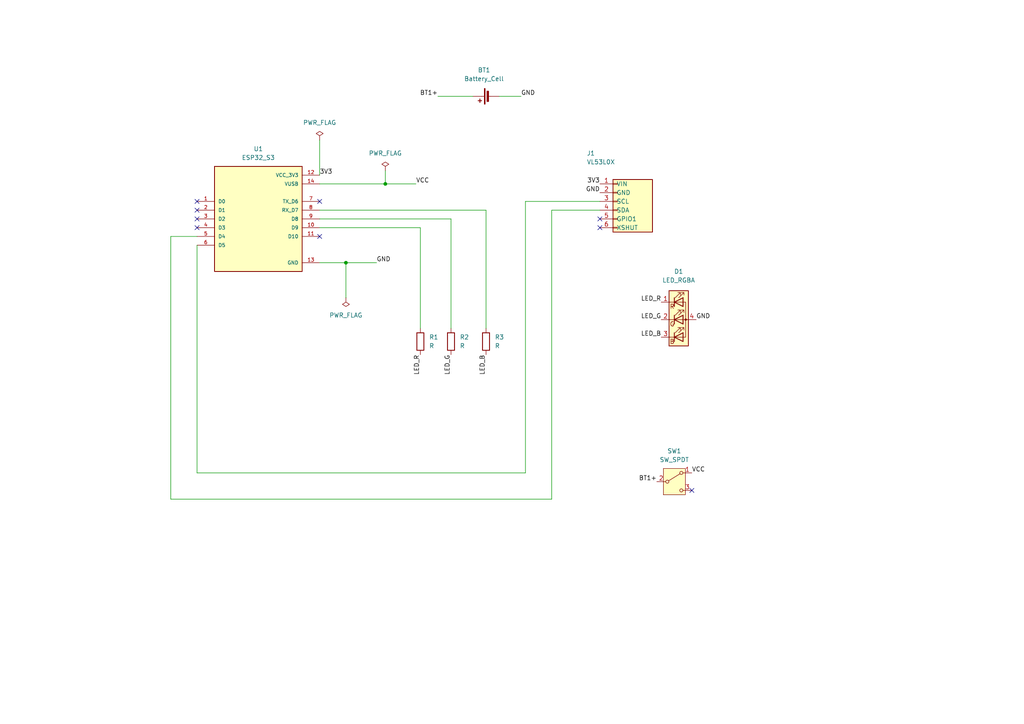
<source format=kicad_sch>
(kicad_sch (version 20231120) (generator "eeschema") (generator_version "8.0")
  (paper "A4")
  (lib_symbols
    (symbol "113991054:113991054" (pin_names (offset 1.016))
      (property "Reference" "U" (at -12.7 16.002 0))
      (property "Value" "113991054" (at -12.7 -17.78 0))
      (symbol "113991054_0_0"
        (rectangle (start -12.7 -15.24) (end 12.7 15.24) (stroke (width 0.254)) (fill (type background)))
        (pin bidirectional line (at -17.78 5.08 0) (length 5.08) (name "D0") (number "1"))
        (pin bidirectional line (at 17.78 -2.54 180) (length 5.08) (name "D9") (number "10"))
        (pin bidirectional line (at 17.78 -5.08 180) (length 5.08) (name "D10") (number "11"))
        (pin power_in line (at 17.78 12.7 180) (length 5.08) (name "VCC_3V3") (number "12"))
        (pin power_in line (at 17.78 -12.7 180) (length 5.08) (name "GND") (number "13"))
        (pin power_in line (at 17.78 10.16 180) (length 5.08) (name "VUSB") (number "14"))
        (pin bidirectional line (at -17.78 2.54 0) (length 5.08) (name "D1") (number "2"))
        (pin bidirectional line (at -17.78 0 0) (length 5.08) (name "D2") (number "3"))
        (pin bidirectional line (at -17.78 -2.54 0) (length 5.08) (name "D3") (number "4"))
        (pin bidirectional line (at -17.78 -5.08 0) (length 5.08) (name "D4") (number "5"))
        (pin bidirectional line (at -17.78 -7.62 0) (length 5.08) (name "D5") (number "6"))
        (pin bidirectional line (at 17.78 5.08 180) (length 5.08) (name "TX_D6") (number "7"))
        (pin bidirectional line (at 17.78 2.54 180) (length 5.08) (name "RX_D7") (number "8"))
        (pin bidirectional line (at 17.78 0 180) (length 5.08) (name "D8") (number "9"))
      )
    )
    (symbol "Connector_Generic:Conn_01x06" (pin_names (offset 1.016))
      (property "Reference" "J1" (at -8.89 13.97 0))
      (property "Value" "VL53L0X" (at -8.89 11.43 0))
      (symbol "Conn_01x06_1_1"
        (rectangle (start -1.27 -7.493) (end 0 -7.747) (stroke (width 0.1524)))
        (rectangle (start -1.27 -4.953) (end 0 -5.207) (stroke (width 0.1524)))
        (rectangle (start -1.27 -2.413) (end 0 -2.667) (stroke (width 0.1524)))
        (rectangle (start -1.27 0.127) (end 0 -0.127) (stroke (width 0.1524)))
        (rectangle (start -1.27 2.667) (end 0 2.413) (stroke (width 0.1524)))
        (rectangle (start -1.27 5.207) (end 0 4.953) (stroke (width 0.1524)))
        (rectangle (start -1.27 6.35) (end 10.16 -8.89) (stroke (width 0.254)) (fill (type background)))
        (pin passive line (at -5.08 5.08 0) (length 3.81) (name "VIN") (number "1"))
        (pin passive line (at -5.08 2.54 0) (length 3.81) (name "GND") (number "2"))
        (pin passive line (at -5.08 0 0) (length 3.81) (name "SCL") (number "3"))
        (pin passive line (at -5.08 -2.54 0) (length 3.81) (name "SDA") (number "4"))
        (pin passive line (at -5.08 -5.08 0) (length 3.81) (name "GPIO1") (number "5"))
        (pin passive line (at -5.08 -7.62 0) (length 3.81) (name "XSHUT") (number "6"))
      )
    )
    (symbol "Device:Battery_Cell" (pin_numbers hide) (pin_names (offset 0) hide)
      (property "Reference" "BT" (at 2.54 2.54 0))
      (property "Value" "Battery_Cell" (at 2.54 0 0))
      (symbol "Battery_Cell_0_1"
        (rectangle (start -2.286 1.778) (end 2.286 1.524) (fill (type outline)))
        (rectangle (start -1.524 1.016) (end 1.524 0.508) (fill (type outline)))
        (polyline (pts (xy 0 0.762) (xy 0 0)))
        (polyline (pts (xy 0 1.778) (xy 0 2.54)))
        (polyline (pts (xy 0.762 3.048) (xy 1.778 3.048)) (stroke (width 0.254)))
        (polyline (pts (xy 1.27 3.556) (xy 1.27 2.54)) (stroke (width 0.254)))
      )
      (symbol "Battery_Cell_1_1"
        (pin passive line (at 0 5.08 270) (length 2.54) (name "+") (number "1"))
        (pin passive line (at 0 -2.54 90) (length 2.54) (name "-") (number "2"))
      )
    )
    (symbol "Device:LED_RGBA" (pin_names (offset 0) hide)
      (property "Reference" "D" (at 0 9.398 0))
      (property "Value" "LED_RGBA" (at 0 -8.89 0))
      (symbol "LED_RGBA_0_0"
        (text "B" (at -1.905 -6.35 0) (effects (font (size 1.27 1.27))))
        (text "G" (at -1.905 -1.27 0) (effects (font (size 1.27 1.27))))
        (text "R" (at -1.905 3.81 0) (effects (font (size 1.27 1.27))))
      )
      (symbol "LED_RGBA_0_1"
        (polyline (pts (xy -1.27 -5.08) (xy -2.54 -5.08)))
        (polyline (pts (xy -1.27 -5.08) (xy 1.27 -5.08)))
        (polyline (pts (xy -1.27 -3.81) (xy -1.27 -6.35)) (stroke (width 0.254)))
        (polyline (pts (xy -1.27 0) (xy -2.54 0)))
        (polyline (pts (xy -1.27 1.27) (xy -1.27 -1.27)) (stroke (width 0.254)))
        (polyline (pts (xy -1.27 5.08) (xy -2.54 5.08)))
        (polyline (pts (xy -1.27 5.08) (xy 1.27 5.08)))
        (polyline (pts (xy -1.27 6.35) (xy -1.27 3.81)) (stroke (width 0.254)))
        (polyline (pts (xy 1.27 0) (xy -1.27 0)))
        (polyline (pts (xy 1.27 0) (xy 2.54 0)))
        (polyline (pts (xy -1.27 1.27) (xy -1.27 -1.27) (xy -1.27 -1.27)))
        (polyline (pts (xy -1.27 6.35) (xy -1.27 3.81) (xy -1.27 3.81)))
        (polyline (pts (xy 1.27 -5.08) (xy 2.032 -5.08) (xy 2.032 5.08) (xy 1.27 5.08)))
        (polyline (pts (xy 1.27 -3.81) (xy 1.27 -6.35) (xy -1.27 -5.08) (xy 1.27 -3.81)) (stroke (width 0.254)))
        (polyline (pts (xy 1.27 1.27) (xy 1.27 -1.27) (xy -1.27 0) (xy 1.27 1.27)) (stroke (width 0.254)))
        (polyline (pts (xy 1.27 6.35) (xy 1.27 3.81) (xy -1.27 5.08) (xy 1.27 6.35)) (stroke (width 0.254)))
        (polyline (pts (xy -1.016 -3.81) (xy 0.508 -2.286) (xy -0.254 -2.286) (xy 0.508 -2.286) (xy 0.508 -3.048)))
        (polyline (pts (xy -1.016 1.27) (xy 0.508 2.794) (xy -0.254 2.794) (xy 0.508 2.794) (xy 0.508 2.032)))
        (polyline (pts (xy -1.016 6.35) (xy 0.508 7.874) (xy -0.254 7.874) (xy 0.508 7.874) (xy 0.508 7.112)))
        (polyline (pts (xy 0 -3.81) (xy 1.524 -2.286) (xy 0.762 -2.286) (xy 1.524 -2.286) (xy 1.524 -3.048)))
        (polyline (pts (xy 0 1.27) (xy 1.524 2.794) (xy 0.762 2.794) (xy 1.524 2.794) (xy 1.524 2.032)))
        (polyline (pts (xy 0 6.35) (xy 1.524 7.874) (xy 0.762 7.874) (xy 1.524 7.874) (xy 1.524 7.112)))
        (rectangle (start 1.27 -1.27) (end 1.27 1.27))
        (rectangle (start 1.27 1.27) (end 1.27 1.27))
        (rectangle (start 1.27 3.81) (end 1.27 6.35))
        (rectangle (start 1.27 6.35) (end 1.27 6.35))
        (circle (center 2.032 0) (radius 0.254) (fill (type outline)))
        (rectangle (start 2.794 8.382) (end -2.794 -7.62) (stroke (width 0.254)) (fill (type background)))
      )
      (symbol "LED_RGBA_1_1"
        (pin passive line (at -5.08 5.08 0) (length 2.54) (name "RK") (number "1"))
        (pin passive line (at -5.08 0 0) (length 2.54) (name "GK") (number "2"))
        (pin passive line (at -5.08 -5.08 0) (length 2.54) (name "BK") (number "3"))
        (pin passive line (at 5.08 0 180) (length 2.54) (name "A") (number "4"))
      )
    )
    (symbol "Device:R" (pin_numbers hide) (pin_names (offset 0))
      (property "Reference" "R" (at 2.032 0 90))
      (property "Value" "R" (at 0 0 90))
      (symbol "R_0_1"
        (rectangle (start -1.016 -2.54) (end 1.016 2.54) (stroke (width 0.254)))
      )
      (symbol "R_1_1"
        (pin passive line (at 0 3.81 270) (length 1.27) (name "~") (number "1"))
        (pin passive line (at 0 -3.81 90) (length 1.27) (name "~") (number "2"))
      )
    )
    (symbol "Switch:SW_SPDT" (pin_names (offset 0) hide)
      (property "Reference" "SW" (at 0 5.08 0))
      (property "Value" "SW_SPDT" (at 0 -5.08 0))
      (symbol "SW_SPDT_0_1"
        (circle (center -2.032 0) (radius 0.4572))
        (polyline (pts (xy -1.651 0.254) (xy 1.651 2.286)))
        (circle (center 2.032 -2.54) (radius 0.4572))
        (circle (center 2.032 2.54) (radius 0.4572))
      )
      (symbol "SW_SPDT_1_1"
        (rectangle (start -3.175 3.81) (end 3.175 -3.81) (fill (type background)))
        (pin passive line (at 5.08 2.54 180) (length 2.54) (name "A") (number "1"))
        (pin passive line (at -5.08 0 0) (length 2.54) (name "B") (number "2"))
        (pin passive line (at 5.08 -2.54 180) (length 2.54) (name "C") (number "3"))
      )
    )
    (symbol "power:PWR_FLAG" (power) (pin_numbers hide) (pin_names (offset 0) hide)
      (property "Value" "PWR_FLAG" (at 0 3.81 0))
      (symbol "PWR_FLAG_0_0"
        (pin power_out line (at 0 0 90) (length 0) (name "~") (number "1"))
      )
      (symbol "PWR_FLAG_0_1"
        (polyline (pts (xy 0 0) (xy 0 1.27) (xy -1.016 1.905) (xy 0 2.54) (xy 1.016 1.905) (xy 0 1.27)))
      )
    )
  )
  (junction (at 100.33 76.2))
  (junction (at 111.76 53.34))
  (no_connect (at 57.15 60.96))
  (no_connect (at 92.71 68.58))
  (no_connect (at 173.99 66.04))
  (no_connect (at 57.15 58.42))
  (no_connect (at 173.99 63.5))
  (no_connect (at 92.71 58.42))
  (no_connect (at 57.15 63.5))
  (no_connect (at 200.66 142.24))
  (no_connect (at 57.15 66.04))
  (wire (pts (xy 152.4 137.16) (xy 57.15 137.16)))
  (wire (pts (xy 173.99 60.96) (xy 160.02 60.96)))
  (wire (pts (xy 100.33 86.36) (xy 100.33 76.2)))
  (wire (pts (xy 173.99 58.42) (xy 152.4 58.42)))
  (wire (pts (xy 111.76 49.53) (xy 111.76 53.34)))
  (wire (pts (xy 92.71 63.5) (xy 130.81 63.5)))
  (wire (pts (xy 130.81 63.5) (xy 130.81 95.25)))
  (wire (pts (xy 120.65 53.34) (xy 111.76 53.34)))
  (wire (pts (xy 92.71 60.96) (xy 140.97 60.96)))
  (wire (pts (xy 121.92 66.04) (xy 121.92 95.25)))
  (wire (pts (xy 49.53 68.58) (xy 57.15 68.58)))
  (wire (pts (xy 111.76 53.34) (xy 92.71 53.34)))
  (wire (pts (xy 151.13 27.94) (xy 144.78 27.94)))
  (wire (pts (xy 109.22 76.2) (xy 100.33 76.2)))
  (wire (pts (xy 100.33 76.2) (xy 92.71 76.2)))
  (wire (pts (xy 121.92 66.04) (xy 92.71 66.04)))
  (wire (pts (xy 92.71 40.64) (xy 92.71 50.8)))
  (wire (pts (xy 152.4 58.42) (xy 152.4 137.16)))
  (wire (pts (xy 57.15 137.16) (xy 57.15 71.12)))
  (wire (pts (xy 137.16 27.94) (xy 127 27.94)))
  (wire (pts (xy 140.97 60.96) (xy 140.97 95.25)))
  (wire (pts (xy 160.02 144.78) (xy 49.53 144.78)))
  (wire (pts (xy 160.02 60.96) (xy 160.02 144.78)))
  (wire (pts (xy 49.53 68.58) (xy 49.53 144.78)))
  (label "LED_R" (at 191.77 87.63 180))
  (label "GND" (at 201.93 92.71 0))
  (label "LED_R" (at 121.92 102.87 270))
  (label "GND" (at 173.99 55.88 180))
  (label "3V3" (at 92.71 50.8 0))
  (label "LED_B" (at 140.97 102.87 270))
  (label "LED_B" (at 191.77 97.79 180))
  (label "VCC" (at 120.65 53.34 0))
  (label "BT1+" (at 190.5 139.7 180))
  (label "LED_G" (at 130.81 102.87 270))
  (label "3V3" (at 173.99 53.34 180))
  (label "VCC" (at 200.66 137.16 0))
  (label "LED_G" (at 191.77 92.71 180))
  (label "GND" (at 151.13 27.94 0))
  (label "GND" (at 109.22 76.2 0))
  (label "BT1+" (at 127 27.94 180))
  (symbol (lib_id "Connector_Generic:Conn_01x06") (at 179.07 58.42 0) (unit 1)
    (property "Reference" "J1" (at 170.18 44.45 0) (effects (justify left)))
    (property "Value" "VL53L0X" (at 170.18 46.99 0) (effects (justify left)))
    (property "Footprint" "Connector_PinSocket_2.54mm:PinSocket_1x06_P2.54mm_Vertical" (effects (hide yes)))
    (property "Description" "Generic connector, single row, 01x06, script generated (kicad-library-utils/schlib/autogen/connector/)" (effects (hide yes)))
  )
  (symbol (lib_id "power:PWR_FLAG") (at 92.71 40.64 0) (unit 1)
    (property "Reference" "#FLG01" (effects (hide yes)))
    (property "Value" "PWR_FLAG" (at 92.71 35.56 0))
    (property "Description" "Special symbol for telling ERC where power comes from" (effects (hide yes)))
  )
  (symbol (lib_id "Switch:SW_SPDT") (at 195.58 139.7 0) (unit 1)
    (property "Reference" "SW1" (at 195.58 130.81 0))
    (property "Value" "SW_SPDT" (at 195.58 133.35 0))
    (property "Footprint" "MINI-SPDT-SW:SW_MINI-SPDT-SW" (effects (hide yes)))
    (property "Description" "Switch, single pole double throw" (effects (hide yes)))
  )
  (symbol (lib_id "Device:R") (at 130.81 99.06 0) (unit 1)
    (property "Reference" "R2" (at 133.35 97.7899 0) (effects (justify left)))
    (property "Value" "R" (at 133.35 100.3299 0) (effects (justify left)))
    (property "Footprint" "Resistor_SMD:R_0805_2012Metric" (effects (hide yes)))
    (property "Description" "Resistor" (effects (hide yes)))
  )
  (symbol (lib_id "Device:R") (at 121.92 99.06 0) (unit 1)
    (property "Reference" "R1" (at 124.46 97.7899 0) (effects (justify left)))
    (property "Value" "R" (at 124.46 100.3299 0) (effects (justify left)))
    (property "Footprint" "Resistor_SMD:R_0805_2012Metric" (effects (hide yes)))
    (property "Description" "Resistor" (effects (hide yes)))
  )
  (symbol (lib_id "Device:LED_RGBA") (at 196.85 92.71 0) (unit 1)
    (property "Reference" "D1" (at 196.85 78.74 0))
    (property "Value" "LED_RGBA" (at 196.85 81.28 0))
    (property "Footprint" "LED_THT:LED_D5.0mm-4_RGB" (effects (hide yes)))
    (property "Description" "RGB LED, red/green/blue/anode" (effects (hide yes)))
  )
  (symbol (lib_id "113991054:113991054") (at 74.93 63.5 0) (unit 1)
    (property "Reference" "U1" (at 74.93 43.18 0))
    (property "Value" "ESP32_S3" (at 74.93 45.72 0))
    (property "Footprint" "113991054:MODULE_113991054" (effects (hide yes)))
    (property "MF" "Seeed Technology Co., Ltd" (effects (hide yes)))
    (property "MAXIMUM_PACKAGE_HEIGHT" "N/A" (effects (hide yes)))
    (property "Package" "None" (effects (hide yes)))
    (property "Price" "None" (effects (hide yes)))
    (property "Check_prices" "https://www.snapeda.com/parts/113991054/Seeed+Studio/view-part/?ref=eda" (effects (hide yes)))
    (property "STANDARD" "Manufacturer Recommendations" (effects (hide yes)))
    (property "PARTREV" "23/05/2022" (effects (hide yes)))
    (property "SnapEDA_Link" "https://www.snapeda.com/parts/113991054/Seeed+Studio/view-part/?ref=snap" (effects (hide yes)))
    (property "MP" "113991054" (effects (hide yes)))
    (property "Description_1" "\n                        \n                            - ESP32-C3 Transceiver; 802.11 a/b/g/n (Wi-Fi, WiFi, WLAN), Bluetooth® Smart 4.x Low Energy (BLE) 2.4GHz Evaluation Board\n                        \n" (effects (hide yes)))
    (property "SNAPEDA_PN" "113991054" (effects (hide yes)))
    (property "Availability" "In Stock" (effects (hide yes)))
    (property "MANUFACTURER" "Seeed Technology" (effects (hide yes)))
  )
  (symbol (lib_id "power:PWR_FLAG") (at 100.33 86.36 0) (mirror x) (unit 1)
    (property "Reference" "#FLG02" (effects (hide yes)))
    (property "Value" "PWR_FLAG" (at 100.33 91.44 0))
    (property "Description" "Special symbol for telling ERC where power comes from" (effects (hide yes)))
  )
  (symbol (lib_id "Device:R") (at 140.97 99.06 0) (unit 1)
    (property "Reference" "R3" (at 143.51 97.7899 0) (effects (justify left)))
    (property "Value" "R" (at 143.51 100.3299 0) (effects (justify left)))
    (property "Footprint" "Resistor_SMD:R_0805_2012Metric" (effects (hide yes)))
    (property "Description" "Resistor" (effects (hide yes)))
  )
  (symbol (lib_id "Device:Battery_Cell") (at 142.24 27.94 90) (mirror x) (unit 1)
    (property "Reference" "BT1" (at 140.3985 20.32 90))
    (property "Value" "Battery_Cell" (at 140.3985 22.86 90))
    (property "Footprint" "Connector_JST:JST_PH_B2B-PH-K_1x02_P2.00mm_Vertical" (effects (hide yes)))
    (property "Description" "Single-cell battery" (effects (hide yes)))
  )
  (symbol (lib_id "power:PWR_FLAG") (at 111.76 49.53 0) (unit 1)
    (property "Reference" "#FLG03" (effects (hide yes)))
    (property "Value" "PWR_FLAG" (at 111.76 44.45 0))
    (property "Description" "Special symbol for telling ERC where power comes from" (effects (hide yes)))
  )
)
</source>
